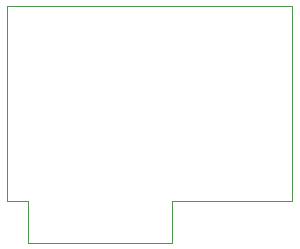
<source format=gbr>
%TF.GenerationSoftware,KiCad,Pcbnew,5.1.5+dfsg1-2build2*%
%TF.CreationDate,2021-07-18T22:40:15+02:00*%
%TF.ProjectId,wb2s,77623273-2e6b-4696-9361-645f70636258,rev?*%
%TF.SameCoordinates,Original*%
%TF.FileFunction,Profile,NP*%
%FSLAX46Y46*%
G04 Gerber Fmt 4.6, Leading zero omitted, Abs format (unit mm)*
G04 Created by KiCad (PCBNEW 5.1.5+dfsg1-2build2) date 2021-07-18 22:40:15*
%MOMM*%
%LPD*%
G04 APERTURE LIST*
%TA.AperFunction,Profile*%
%ADD10C,0.050000*%
%TD*%
G04 APERTURE END LIST*
D10*
X86360000Y-123190000D02*
X86360000Y-106680000D01*
X88138000Y-123190000D02*
X86360000Y-123190000D01*
X88138000Y-126746000D02*
X88138000Y-123190000D01*
X100330000Y-126746000D02*
X88138000Y-126746000D01*
X100330000Y-123190000D02*
X100330000Y-126746000D01*
X110490000Y-123190000D02*
X100330000Y-123190000D01*
X110490000Y-106680000D02*
X110490000Y-123190000D01*
X86360000Y-106680000D02*
X110490000Y-106680000D01*
M02*

</source>
